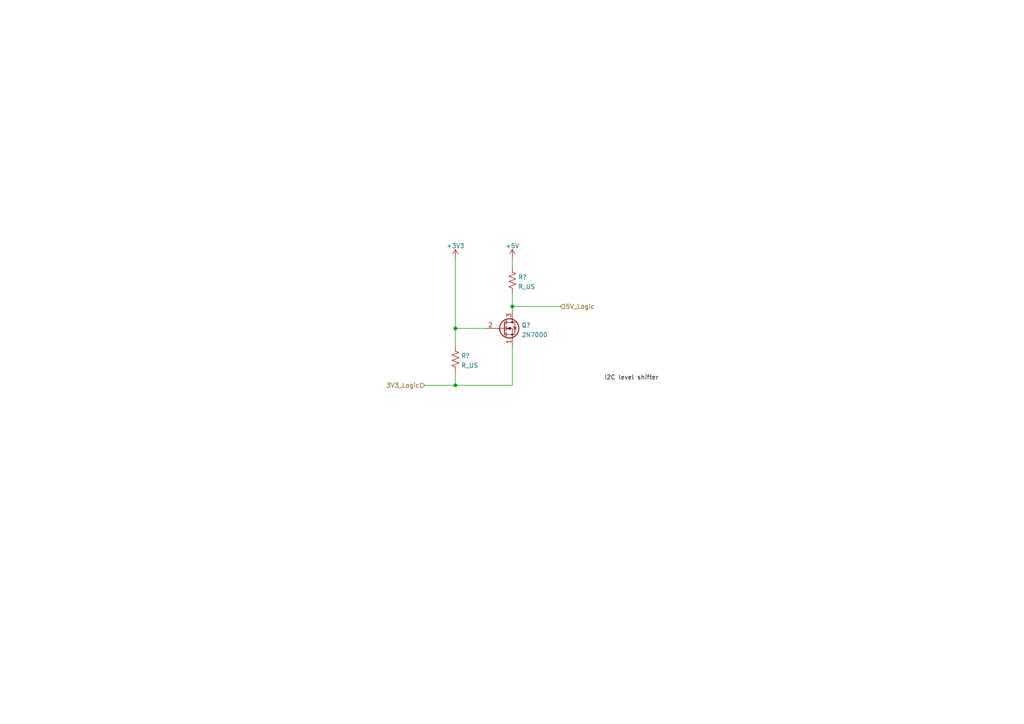
<source format=kicad_sch>
(kicad_sch (version 20210621) (generator eeschema)
  (paper "A4")
  (lib_symbols
    (symbol "Device:R_US" (pin_numbers hide) (pin_names (offset 0))
      (property "Reference" "R" (at 2.54 0 90))
      (property "Value" "R_US" (at -2.54 0 90))
      (symbol "R_US_0_1"
        (polyline (pts (xy 0 -2.286) (xy 0 -2.54)))
        (polyline (pts (xy 0 2.286) (xy 0 2.54)))
        (polyline (pts (xy 0 -0.762) (xy 1.016 -1.143) (xy 0 -1.524) (xy -1.016 -1.905) (xy 0 -2.286)))
        (polyline (pts (xy 0 0.762) (xy 1.016 0.381) (xy 0 0) (xy -1.016 -0.381) (xy 0 -0.762)))
        (polyline (pts (xy 0 2.286) (xy 1.016 1.905) (xy 0 1.524) (xy -1.016 1.143) (xy 0 0.762)))
      )
      (symbol "R_US_1_1"
        (pin passive line (at 0 3.81 270) (length 1.27) (name "~") (number "1"))
        (pin passive line (at 0 -3.81 90) (length 1.27) (name "~") (number "2"))
      )
    )
    (symbol "Transistor_FET:2N7000" (pin_names hide)
      (property "Reference" "Q" (at 5.08 1.905 0))
      (property "Value" "2N7000" (at 5.08 0 0))
      (symbol "2N7000_0_1"
        (circle (center 1.651 0) (radius 2.794) (stroke (width 0.254)))
        (circle (center 2.54 -1.778) (radius 0.254) (fill (type outline)))
        (circle (center 2.54 1.778) (radius 0.254) (fill (type outline)))
        (polyline (pts (xy 0.254 0) (xy -2.54 0)))
        (polyline (pts (xy 0.254 1.905) (xy 0.254 -1.905)) (stroke (width 0.254)))
        (polyline (pts (xy 0.762 -1.27) (xy 0.762 -2.286)) (stroke (width 0.254)))
        (polyline (pts (xy 0.762 0.508) (xy 0.762 -0.508)) (stroke (width 0.254)))
        (polyline (pts (xy 0.762 2.286) (xy 0.762 1.27)) (stroke (width 0.254)))
        (polyline (pts (xy 2.54 2.54) (xy 2.54 1.778)))
        (polyline (pts (xy 2.54 -2.54) (xy 2.54 0) (xy 0.762 0)))
        (polyline (pts (xy 0.762 -1.778) (xy 3.302 -1.778) (xy 3.302 1.778) (xy 0.762 1.778)))
        (polyline (pts (xy 2.794 0.508) (xy 2.921 0.381) (xy 3.683 0.381) (xy 3.81 0.254)))
        (polyline (pts (xy 3.302 0.381) (xy 2.921 -0.254) (xy 3.683 -0.254) (xy 3.302 0.381)))
        (polyline (pts (xy 1.016 0) (xy 2.032 0.381) (xy 2.032 -0.381) (xy 1.016 0)) (fill (type outline)))
      )
      (symbol "2N7000_1_1"
        (pin passive line (at 2.54 -5.08 90) (length 2.54) (name "S") (number "1"))
        (pin input line (at -5.08 0 0) (length 2.54) (name "G") (number "2"))
        (pin passive line (at 2.54 5.08 270) (length 2.54) (name "D") (number "3"))
      )
    )
    (symbol "power:+3.3V" (power) (pin_names (offset 0))
      (property "Value" "+3.3V" (at 0 3.556 0))
      (symbol "+3.3V_0_1"
        (polyline (pts (xy -0.762 1.27) (xy 0 2.54)))
        (polyline (pts (xy 0 0) (xy 0 2.54)))
        (polyline (pts (xy 0 2.54) (xy 0.762 1.27)))
      )
      (symbol "+3.3V_1_1"
        (pin power_in line (at 0 0 90) (length 0) hide (name "+3V3") (number "1"))
      )
    )
    (symbol "power:+5V" (power) (pin_names (offset 0))
      (property "Value" "+5V" (at 0 3.556 0))
      (symbol "+5V_0_1"
        (polyline (pts (xy -0.762 1.27) (xy 0 2.54)))
        (polyline (pts (xy 0 0) (xy 0 2.54)))
        (polyline (pts (xy 0 2.54) (xy 0.762 1.27)))
      )
      (symbol "+5V_1_1"
        (pin power_in line (at 0 0 90) (length 0) hide (name "+5V") (number "1"))
      )
    )
  )
  (junction (at 132.08 95.25))
  (junction (at 132.08 111.76))
  (junction (at 148.59 88.9))
  (wire (pts (xy 123.19 111.76) (xy 132.08 111.76)))
  (wire (pts (xy 132.08 74.93) (xy 132.08 95.25)))
  (wire (pts (xy 132.08 95.25) (xy 140.97 95.25)))
  (wire (pts (xy 132.08 100.33) (xy 132.08 95.25)))
  (wire (pts (xy 132.08 107.95) (xy 132.08 111.76)))
  (wire (pts (xy 132.08 111.76) (xy 148.59 111.76)))
  (wire (pts (xy 148.59 74.93) (xy 148.59 77.47)))
  (wire (pts (xy 148.59 85.09) (xy 148.59 88.9)))
  (wire (pts (xy 148.59 88.9) (xy 148.59 90.17)))
  (wire (pts (xy 148.59 88.9) (xy 162.56 88.9)))
  (wire (pts (xy 148.59 100.33) (xy 148.59 111.76)))
  (label "I2C level shifter" (at 175.26 110.49 0))
  (hierarchical_label "3V3_Logic" (shape input) (at 123.19 111.76 180))
  (hierarchical_label "5V_Logic" (shape input) (at 162.56 88.9 0))
  (symbol (lib_id "power:+3.3V") (at 132.08 74.93 0)
    (property "Reference" "#PWR?" (effects hide))
    (property "Value" "+3.3V" (at 132.08 71.3254 0))
  )
  (symbol (lib_id "power:+5V") (at 148.59 74.93 0)
    (property "Reference" "#PWR?" (effects hide))
    (property "Value" "+5V" (at 148.59 71.3254 0))
  )
  (symbol (lib_id "Device:R_US") (at 132.08 104.14 0)
    (property "Reference" "R?" (at 133.7311 103.2315 0) (effects (justify left)))
    (property "Value" "R_US" (at 133.7311 106.0066 0) (effects (justify left)))
  )
  (symbol (lib_id "Device:R_US") (at 148.59 81.28 0)
    (property "Reference" "R?" (at 150.2411 80.3715 0) (effects (justify left)))
    (property "Value" "R_US" (at 150.2411 83.1466 0) (effects (justify left)))
  )
  (symbol (lib_id "Transistor_FET:2N7000") (at 146.05 95.25 0)
    (property "Reference" "Q?" (at 151.2571 94.3415 0) (effects (justify left)))
    (property "Value" "2N7000" (at 151.2571 97.1166 0) (effects (justify left)))
    (property "Footprint" "Package_TO_SOT_THT:TO-92_Inline" (effects hide))
    (property "Datasheet" "https://www.onsemi.com/pub/Collateral/NDS7002A-D.PDF" (effects hide))
  )
)
</source>
